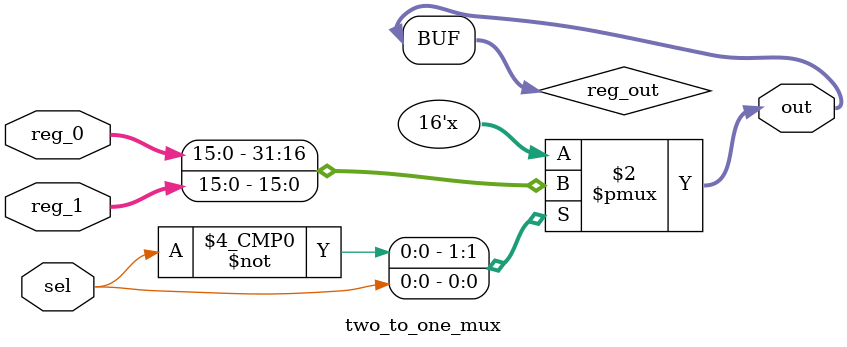
<source format=v>
module two_to_one_mux(
    input  wire             sel,
    input  wire [15:0]      reg_0,
    input  wire [15:0]      reg_1,
    output wire [15:0]      out
);

    reg [15:0] reg_out;
    assign out = reg_out;

    always @(*) begin
        case(sel)
            1'b0:       reg_out = reg_0;
            1'b1:       reg_out = reg_1;
            default:    reg_out = 16'b0;
        endcase
    end


endmodule

</source>
